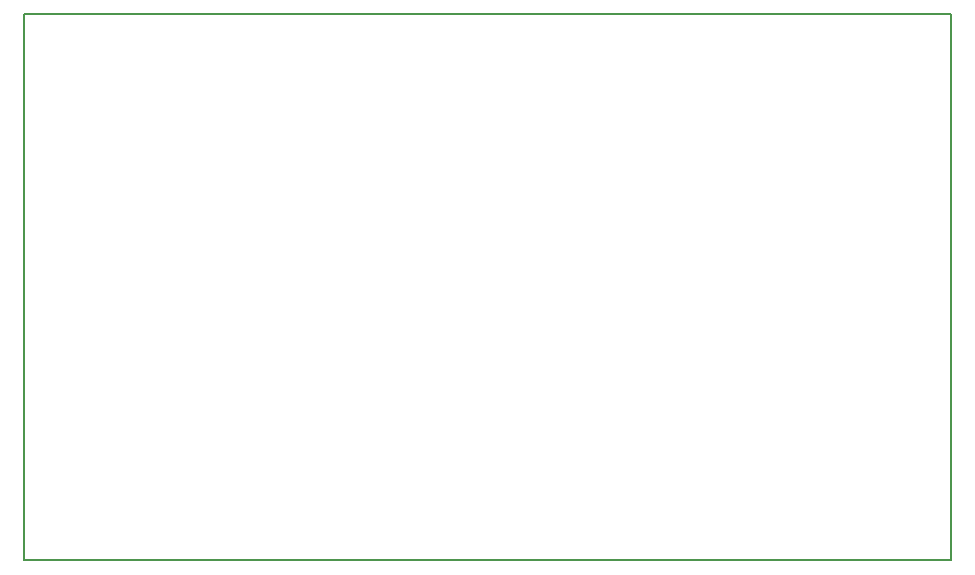
<source format=gm1>
G04 #@! TF.GenerationSoftware,KiCad,Pcbnew,(5.0.0)*
G04 #@! TF.CreationDate,2019-01-21T00:51:31-08:00*
G04 #@! TF.ProjectId,Display,446973706C61792E6B696361645F7063,rev?*
G04 #@! TF.SameCoordinates,Original*
G04 #@! TF.FileFunction,Profile,NP*
%FSLAX46Y46*%
G04 Gerber Fmt 4.6, Leading zero omitted, Abs format (unit mm)*
G04 Created by KiCad (PCBNEW (5.0.0)) date 01/21/19 00:51:31*
%MOMM*%
%LPD*%
G01*
G04 APERTURE LIST*
%ADD10C,0.150000*%
G04 APERTURE END LIST*
D10*
X115824000Y-129794000D02*
X115824000Y-83566000D01*
X194310000Y-129794000D02*
X115824000Y-129794000D01*
X194310000Y-83566000D02*
X194310000Y-129794000D01*
X115824000Y-83566000D02*
X194310000Y-83566000D01*
M02*

</source>
